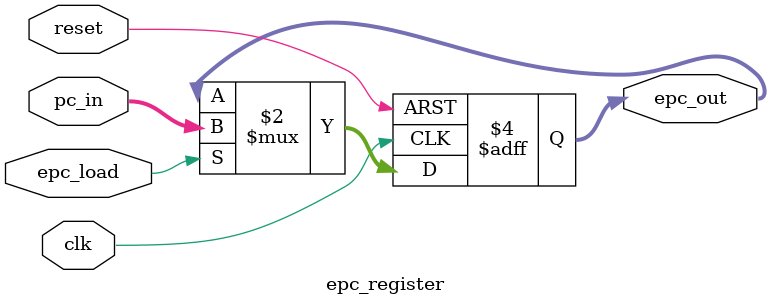
<source format=v>
module epc_register(
    input wire clk,
    input wire reset,
    input wire epc_load,        // Sinal de controle para carregar EPC
    input wire [31:0] pc_in,    // PC atual (endereço da instrução que causou exceção)
    output reg [31:0] epc_out   // Valor armazenado no EPC
);

    always @(posedge clk or posedge reset) begin
        if (reset) begin
            epc_out <= 32'b0;
        end else if (epc_load) begin
            epc_out <= pc_in;
        end
    end

endmodule
</source>
